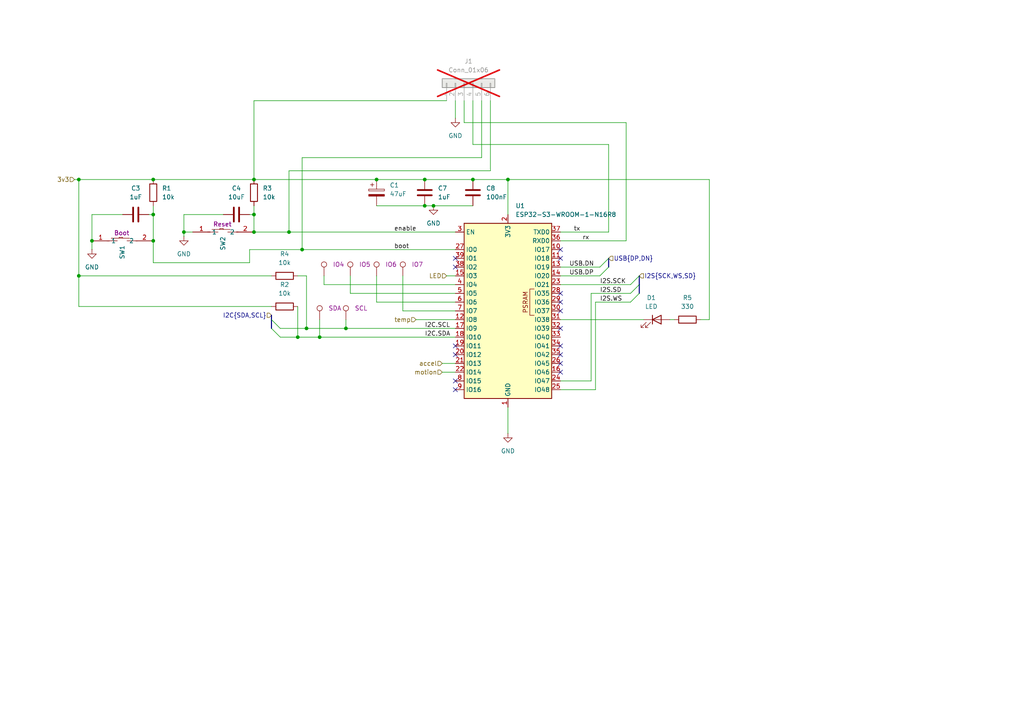
<source format=kicad_sch>
(kicad_sch (version 20250114) (generator "eeschema") (generator_version "9.0")
  (paper "A4")
  (lib_symbols
    (symbol "B3U-1000P_1"
      (property "Reference" "SW" (at -0.508 5.08 0))
      (property "Label" "Button" (at -0.254 2.286 0))
      (symbol "B3U-1000P_1_0_1"
        (polyline (pts (xy -4.57 0) (xy -1.52 0)))
        (polyline (pts (xy -3.3 0.76) (xy 2.03 0.76)))
        (polyline (pts (xy -1.02 0.76) (xy -1.02 1.02) (xy 0 1.02) (xy 0 0.76)))
        (polyline (pts (xy 1.27 0) (xy 4.32 0)))
        (pin unspecified line (at -8.89 0 0) (length 5.08) (name "1") (number "1"))
        (pin unspecified line (at 8.89 0 180) (length 5.08) (name "2") (number "2"))
      )
    )
    (symbol "Connector_Generic:Conn_01x06" (pin_names (offset 1.016) (hide yes))
      (property "Reference" "J" (at 0 7.62 0))
      (property "Value" "Conn_01x06" (at 0 -10.16 0))
      (symbol "Conn_01x06_1_1"
        (rectangle (start -1.27 6.35) (end 1.27 -8.89) (stroke (width 0.254)) (fill (type background)))
        (rectangle (start -1.27 5.207) (end 0 4.953) (stroke (width 0.1524)))
        (rectangle (start -1.27 2.667) (end 0 2.413) (stroke (width 0.1524)))
        (rectangle (start -1.27 0.127) (end 0 -0.127) (stroke (width 0.1524)))
        (rectangle (start -1.27 -2.413) (end 0 -2.667) (stroke (width 0.1524)))
        (rectangle (start -1.27 -4.953) (end 0 -5.207) (stroke (width 0.1524)))
        (rectangle (start -1.27 -7.493) (end 0 -7.747) (stroke (width 0.1524)))
        (pin passive line (at -5.08 5.08 0) (length 3.81) (name "Pin_1") (number "1"))
        (pin passive line (at -5.08 2.54 0) (length 3.81) (name "Pin_2") (number "2"))
        (pin passive line (at -5.08 0 0) (length 3.81) (name "Pin_3") (number "3"))
        (pin passive line (at -5.08 -2.54 0) (length 3.81) (name "Pin_4") (number "4"))
        (pin passive line (at -5.08 -5.08 0) (length 3.81) (name "Pin_5") (number "5"))
        (pin passive line (at -5.08 -7.62 0) (length 3.81) (name "Pin_6") (number "6"))
      )
    )
    (symbol "Device:C" (pin_numbers (hide yes)) (pin_names (offset 0.254))
      (property "Reference" "C" (at 0.635 2.54 0))
      (property "Value" "C" (at 0.635 -2.54 0))
      (symbol "C_0_1"
        (polyline (pts (xy -2.032 0.762) (xy 2.032 0.762)) (stroke (width 0.508)))
        (polyline (pts (xy -2.032 -0.762) (xy 2.032 -0.762)) (stroke (width 0.508)))
      )
      (symbol "C_1_1"
        (pin passive line (at 0 3.81 270) (length 2.794) (name "~") (number "1"))
        (pin passive line (at 0 -3.81 90) (length 2.794) (name "~") (number "2"))
      )
    )
    (symbol "Device:C_Polarized" (pin_numbers (hide yes)) (pin_names (offset 0.254))
      (property "Reference" "C" (at 0.635 2.54 0))
      (property "Value" "C_Polarized" (at 0.635 -2.54 0))
      (symbol "C_Polarized_0_1"
        (rectangle (start -2.286 0.508) (end 2.286 1.016))
        (polyline (pts (xy -1.778 2.286) (xy -0.762 2.286)))
        (polyline (pts (xy -1.27 2.794) (xy -1.27 1.778)))
        (rectangle (start 2.286 -0.508) (end -2.286 -1.016) (fill (type outline)))
      )
      (symbol "C_Polarized_1_1"
        (pin passive line (at 0 3.81 270) (length 2.794) (name "~") (number "1"))
        (pin passive line (at 0 -3.81 90) (length 2.794) (name "~") (number "2"))
      )
    )
    (symbol "Device:LED" (pin_numbers (hide yes)) (pin_names (offset 1.016) (hide yes))
      (property "Reference" "D" (at 0 2.54 0))
      (property "Value" "LED" (at 0 -2.54 0))
      (symbol "LED_0_1"
        (polyline (pts (xy -3.048 -0.762) (xy -4.572 -2.286) (xy -3.81 -2.286) (xy -4.572 -2.286) (xy -4.572 -1.524)))
        (polyline (pts (xy -1.778 -0.762) (xy -3.302 -2.286) (xy -2.54 -2.286) (xy -3.302 -2.286) (xy -3.302 -1.524)))
        (polyline (pts (xy -1.27 0) (xy 1.27 0)))
        (polyline (pts (xy -1.27 -1.27) (xy -1.27 1.27)) (stroke (width 0.254)))
        (polyline (pts (xy 1.27 -1.27) (xy 1.27 1.27) (xy -1.27 0) (xy 1.27 -1.27)) (stroke (width 0.254)))
      )
      (symbol "LED_1_1"
        (pin passive line (at -3.81 0 0) (length 2.54) (name "K") (number "1"))
        (pin passive line (at 3.81 0 180) (length 2.54) (name "A") (number "2"))
      )
    )
    (symbol "Device:R" (pin_numbers (hide yes)) (pin_names (offset 0))
      (property "Reference" "R" (at 2.032 0 90))
      (property "Value" "R" (at 0 0 90))
      (symbol "R_0_1"
        (rectangle (start -1.016 -2.54) (end 1.016 2.54) (stroke (width 0.254)))
      )
      (symbol "R_1_1"
        (pin passive line (at 0 3.81 270) (length 1.27) (name "~") (number "1"))
        (pin passive line (at 0 -3.81 90) (length 1.27) (name "~") (number "2"))
      )
    )
    (symbol "RF_Module:ESP32-S3-WROOM-1"
      (property "Reference" "U" (at -12.7 26.67 0))
      (property "Value" "ESP32-S3-WROOM-1" (at 12.7 26.67 0))
      (symbol "ESP32-S3-WROOM-1_0_0"
        (rectangle (start -12.7 25.4) (end 12.7 -25.4) (stroke (width 0.254)) (fill (type background)))
        (text "PSRAM" (at 5.08 2.54 900) (effects (font (size 1.27 1.27))))
      )
      (symbol "ESP32-S3-WROOM-1_0_1"
        (polyline (pts (xy 7.62 -1.27) (xy 6.35 -1.27) (xy 6.35 6.35) (xy 7.62 6.35)))
      )
      (symbol "ESP32-S3-WROOM-1_1_1"
        (pin input line (at -15.24 22.86 0) (length 2.54) (name "EN") (number "3"))
        (pin bidirectional line (at -15.24 17.78 0) (length 2.54) (name "IO0") (number "27"))
        (pin bidirectional line (at -15.24 15.24 0) (length 2.54) (name "IO1") (number "39"))
        (pin bidirectional line (at -15.24 12.7 0) (length 2.54) (name "IO2") (number "38"))
        (pin bidirectional line (at -15.24 10.16 0) (length 2.54) (name "IO3") (number "15"))
        (pin bidirectional line (at -15.24 7.62 0) (length 2.54) (name "IO4") (number "4"))
        (pin bidirectional line (at -15.24 5.08 0) (length 2.54) (name "IO5") (number "5"))
        (pin bidirectional line (at -15.24 2.54 0) (length 2.54) (name "IO6") (number "6"))
        (pin bidirectional line (at -15.24 0 0) (length 2.54) (name "IO7") (number "7"))
        (pin bidirectional line (at -15.24 -2.54 0) (length 2.54) (name "IO8") (number "12"))
        (pin bidirectional line (at -15.24 -5.08 0) (length 2.54) (name "IO9") (number "17"))
        (pin bidirectional line (at -15.24 -7.62 0) (length 2.54) (name "IO10") (number "18"))
        (pin bidirectional line (at -15.24 -10.16 0) (length 2.54) (name "IO11") (number "19"))
        (pin bidirectional line (at -15.24 -12.7 0) (length 2.54) (name "IO12") (number "20"))
        (pin bidirectional line (at -15.24 -15.24 0) (length 2.54) (name "IO13") (number "21"))
        (pin bidirectional line (at -15.24 -17.78 0) (length 2.54) (name "IO14") (number "22"))
        (pin bidirectional line (at -15.24 -20.32 0) (length 2.54) (name "IO15") (number "8"))
        (pin bidirectional line (at -15.24 -22.86 0) (length 2.54) (name "IO16") (number "9"))
        (pin power_in line (at 0 27.94 270) (length 2.54) (name "3V3") (number "2"))
        (pin power_in line (at 0 -27.94 90) (length 2.54) (name "GND") (number "1"))
        (pin passive line (at 0 -27.94 90) (length 2.54) (hide yes) (name "GND") (number "40"))
        (pin passive line (at 0 -27.94 90) (length 2.54) (hide yes) (name "GND") (number "41"))
        (pin bidirectional line (at 15.24 22.86 180) (length 2.54) (name "TXD0") (number "37"))
        (pin bidirectional line (at 15.24 20.32 180) (length 2.54) (name "RXD0") (number "36"))
        (pin bidirectional line (at 15.24 17.78 180) (length 2.54) (name "IO17") (number "10"))
        (pin bidirectional line (at 15.24 15.24 180) (length 2.54) (name "IO18") (number "11"))
        (pin bidirectional line (at 15.24 12.7 180) (length 2.54) (name "IO19") (number "13"))
        (pin bidirectional line (at 15.24 10.16 180) (length 2.54) (name "IO20") (number "14"))
        (pin bidirectional line (at 15.24 7.62 180) (length 2.54) (name "IO21") (number "23"))
        (pin bidirectional line (at 15.24 5.08 180) (length 2.54) (name "IO35") (number "28"))
        (pin bidirectional line (at 15.24 2.54 180) (length 2.54) (name "IO36") (number "29"))
        (pin bidirectional line (at 15.24 0 180) (length 2.54) (name "IO37") (number "30"))
        (pin bidirectional line (at 15.24 -2.54 180) (length 2.54) (name "IO38") (number "31"))
        (pin bidirectional line (at 15.24 -5.08 180) (length 2.54) (name "IO39") (number "32"))
        (pin bidirectional line (at 15.24 -7.62 180) (length 2.54) (name "IO40") (number "33"))
        (pin bidirectional line (at 15.24 -10.16 180) (length 2.54) (name "IO41") (number "34"))
        (pin bidirectional line (at 15.24 -12.7 180) (length 2.54) (name "IO42") (number "35"))
        (pin bidirectional line (at 15.24 -15.24 180) (length 2.54) (name "IO45") (number "26"))
        (pin bidirectional line (at 15.24 -17.78 180) (length 2.54) (name "IO46") (number "16"))
        (pin bidirectional line (at 15.24 -20.32 180) (length 2.54) (name "IO47") (number "24"))
        (pin bidirectional line (at 15.24 -22.86 180) (length 2.54) (name "IO48") (number "25"))
      )
    )
    (symbol "easyeda2kicad:LabeledTestPoint" (pin_numbers (hide yes)) (pin_names (offset 0.762) (hide yes)) (in_bom no)
      (property "Label" "label" (at 0 5.08 0))
      (symbol "LabeledTestPoint_0_1"
        (circle (center 0 3.302) (radius 0.762))
      )
      (symbol "LabeledTestPoint_1_1"
        (pin passive line (at 0 0 90) (length 2.54) (name "1") (number "1"))
      )
    )
    (symbol "power:GND" (power) (pin_numbers (hide yes)) (pin_names (offset 0) (hide yes))
      (property "Value" "GND" (at 0 -3.81 0))
      (symbol "GND_0_1"
        (polyline (pts (xy 0 0) (xy 0 -1.27) (xy 1.27 -1.27) (xy 0 -2.54) (xy -1.27 -1.27) (xy 0 -1.27)))
      )
      (symbol "GND_1_1"
        (pin power_in line (at 0 0 270) (length 0) (name "~") (number "1"))
      )
    )
  )
  (junction (at 123.19 59.69))
  (junction (at 100.33 95.25))
  (junction (at 87.63 72.39))
  (junction (at 92.71 97.79))
  (junction (at 109.22 52.07))
  (junction (at 73.66 52.07))
  (junction (at 147.32 52.07))
  (junction (at 44.45 52.07))
  (junction (at 137.16 52.07))
  (junction (at 22.86 80.01))
  (junction (at 53.34 67.31))
  (junction (at 88.9 95.25))
  (junction (at 125.73 59.69))
  (junction (at 73.66 67.31))
  (junction (at 26.67 69.85))
  (junction (at 44.45 69.85))
  (junction (at 44.45 62.23))
  (junction (at 83.82 67.31))
  (junction (at 22.86 52.07))
  (junction (at 123.19 52.07))
  (junction (at 73.66 62.23))
  (junction (at 86.36 97.79))
  (no_connect (at 132.08 102.87))
  (no_connect (at 162.56 102.87))
  (no_connect (at 162.56 105.41))
  (no_connect (at 132.08 113.03))
  (no_connect (at 162.56 87.63))
  (no_connect (at 162.56 74.93))
  (no_connect (at 132.08 74.93))
  (no_connect (at 162.56 107.95))
  (no_connect (at 162.56 72.39))
  (no_connect (at 162.56 100.33))
  (no_connect (at 132.08 77.47))
  (no_connect (at 132.08 100.33))
  (no_connect (at 162.56 85.09))
  (no_connect (at 132.08 110.49))
  (no_connect (at 162.56 90.17))
  (no_connect (at 162.56 95.25))
  (bus_entry (at 176.53 77.47) (size -2.54 2.54))
  (bus_entry (at 185.42 80.01) (size -2.54 2.54))
  (bus_entry (at 176.53 74.93) (size -2.54 2.54))
  (bus_entry (at 185.42 85.09) (size -2.54 2.54))
  (bus_entry (at 78.74 92.71) (size 2.54 2.54))
  (bus_entry (at 78.74 95.25) (size 2.54 2.54))
  (bus_entry (at 185.42 82.55) (size -2.54 2.54))
  (bus (pts (xy 185.42 82.55) (xy 185.42 85.09)))
  (wire (pts (xy 100.33 95.25) (xy 132.08 95.25)))
  (wire (pts (xy 53.34 67.31) (xy 53.34 68.58)))
  (wire (pts (xy 147.32 118.11) (xy 147.32 125.73)))
  (wire (pts (xy 139.7 45.72) (xy 87.63 45.72)))
  (wire (pts (xy 73.66 62.23) (xy 73.66 67.31)))
  (wire (pts (xy 205.74 92.71) (xy 205.74 52.07)))
  (wire (pts (xy 132.08 87.63) (xy 109.22 87.63)))
  (wire (pts (xy 171.45 110.49) (xy 171.45 85.09)))
  (wire (pts (xy 132.08 82.55) (xy 93.98 82.55)))
  (wire (pts (xy 44.45 59.69) (xy 44.45 62.23)))
  (wire (pts (xy 203.2 92.71) (xy 205.74 92.71)))
  (wire (pts (xy 22.86 52.07) (xy 44.45 52.07)))
  (wire (pts (xy 53.34 62.23) (xy 53.34 67.31)))
  (wire (pts (xy 92.71 92.71) (xy 92.71 97.79)))
  (wire (pts (xy 86.36 80.01) (xy 88.9 80.01)))
  (wire (pts (xy 176.53 41.91) (xy 176.53 67.31)))
  (wire (pts (xy 176.53 67.31) (xy 162.56 67.31)))
  (wire (pts (xy 128.27 105.41) (xy 132.08 105.41)))
  (wire (pts (xy 129.54 29.21) (xy 73.66 29.21)))
  (wire (pts (xy 101.6 85.09) (xy 132.08 85.09)))
  (wire (pts (xy 73.66 52.07) (xy 109.22 52.07)))
  (wire (pts (xy 81.28 95.25) (xy 88.9 95.25)))
  (wire (pts (xy 137.16 52.07) (xy 147.32 52.07)))
  (wire (pts (xy 64.77 62.23) (xy 53.34 62.23)))
  (wire (pts (xy 123.19 59.69) (xy 125.73 59.69)))
  (wire (pts (xy 44.45 62.23) (xy 44.45 69.85)))
  (wire (pts (xy 123.19 52.07) (xy 137.16 52.07)))
  (wire (pts (xy 109.22 59.69) (xy 123.19 59.69)))
  (wire (pts (xy 137.16 41.91) (xy 176.53 41.91)))
  (wire (pts (xy 162.56 110.49) (xy 171.45 110.49)))
  (wire (pts (xy 132.08 29.21) (xy 132.08 34.29)))
  (bus (pts (xy 176.53 74.93) (xy 176.53 77.47)))
  (wire (pts (xy 100.33 92.71) (xy 100.33 95.25)))
  (wire (pts (xy 21.59 52.07) (xy 22.86 52.07)))
  (wire (pts (xy 128.27 107.95) (xy 132.08 107.95)))
  (wire (pts (xy 142.24 49.53) (xy 83.82 49.53)))
  (wire (pts (xy 78.74 88.9) (xy 22.86 88.9)))
  (wire (pts (xy 88.9 80.01) (xy 88.9 95.25)))
  (wire (pts (xy 55.88 67.31) (xy 53.34 67.31)))
  (wire (pts (xy 92.71 97.79) (xy 132.08 97.79)))
  (wire (pts (xy 86.36 88.9) (xy 86.36 97.79)))
  (wire (pts (xy 44.45 76.2) (xy 72.39 76.2)))
  (wire (pts (xy 162.56 82.55) (xy 182.88 82.55)))
  (wire (pts (xy 109.22 87.63) (xy 109.22 80.01)))
  (wire (pts (xy 162.56 92.71) (xy 186.69 92.71)))
  (wire (pts (xy 43.18 62.23) (xy 44.45 62.23)))
  (wire (pts (xy 205.74 52.07) (xy 147.32 52.07)))
  (wire (pts (xy 181.61 35.56) (xy 181.61 69.85)))
  (wire (pts (xy 120.65 92.71) (xy 132.08 92.71)))
  (wire (pts (xy 101.6 85.09) (xy 101.6 80.01)))
  (wire (pts (xy 134.62 29.21) (xy 134.62 35.56)))
  (wire (pts (xy 134.62 35.56) (xy 181.61 35.56)))
  (wire (pts (xy 81.28 97.79) (xy 86.36 97.79)))
  (wire (pts (xy 87.63 72.39) (xy 132.08 72.39)))
  (wire (pts (xy 162.56 69.85) (xy 181.61 69.85)))
  (wire (pts (xy 88.9 95.25) (xy 100.33 95.25)))
  (wire (pts (xy 162.56 113.03) (xy 172.72 113.03)))
  (wire (pts (xy 22.86 80.01) (xy 78.74 80.01)))
  (wire (pts (xy 172.72 113.03) (xy 172.72 87.63)))
  (wire (pts (xy 72.39 62.23) (xy 73.66 62.23)))
  (wire (pts (xy 172.72 87.63) (xy 182.88 87.63)))
  (wire (pts (xy 26.67 62.23) (xy 26.67 69.85)))
  (wire (pts (xy 35.56 62.23) (xy 26.67 62.23)))
  (wire (pts (xy 162.56 80.01) (xy 173.99 80.01)))
  (wire (pts (xy 132.08 90.17) (xy 116.84 90.17)))
  (wire (pts (xy 142.24 29.21) (xy 142.24 49.53)))
  (wire (pts (xy 194.31 92.71) (xy 195.58 92.71)))
  (wire (pts (xy 137.16 29.21) (xy 137.16 41.91)))
  (wire (pts (xy 22.86 80.01) (xy 22.86 88.9)))
  (wire (pts (xy 139.7 29.21) (xy 139.7 45.72)))
  (wire (pts (xy 44.45 69.85) (xy 44.45 76.2)))
  (wire (pts (xy 129.54 80.01) (xy 132.08 80.01)))
  (wire (pts (xy 72.39 72.39) (xy 87.63 72.39)))
  (wire (pts (xy 72.39 76.2) (xy 72.39 72.39)))
  (wire (pts (xy 147.32 52.07) (xy 147.32 62.23)))
  (wire (pts (xy 86.36 97.79) (xy 92.71 97.79)))
  (wire (pts (xy 162.56 77.47) (xy 173.99 77.47)))
  (wire (pts (xy 22.86 52.07) (xy 22.86 80.01)))
  (wire (pts (xy 73.66 29.21) (xy 73.66 52.07)))
  (wire (pts (xy 171.45 85.09) (xy 182.88 85.09)))
  (wire (pts (xy 73.66 59.69) (xy 73.66 62.23)))
  (wire (pts (xy 83.82 67.31) (xy 132.08 67.31)))
  (wire (pts (xy 87.63 45.72) (xy 87.63 72.39)))
  (bus (pts (xy 78.74 92.71) (xy 78.74 95.25)))
  (wire (pts (xy 83.82 49.53) (xy 83.82 67.31)))
  (wire (pts (xy 44.45 52.07) (xy 73.66 52.07)))
  (bus (pts (xy 78.74 91.44) (xy 78.74 92.71)))
  (wire (pts (xy 93.98 80.01) (xy 93.98 82.55)))
  (wire (pts (xy 26.67 69.85) (xy 26.67 72.39)))
  (bus (pts (xy 185.42 80.01) (xy 185.42 82.55)))
  (wire (pts (xy 109.22 52.07) (xy 123.19 52.07)))
  (wire (pts (xy 116.84 90.17) (xy 116.84 80.01)))
  (wire (pts (xy 125.73 59.69) (xy 137.16 59.69)))
  (wire (pts (xy 73.66 67.31) (xy 83.82 67.31)))
  (label "rx" (at 168.91 69.85 0))
  (label "I2C.SCL" (at 123.19 95.25 0))
  (label "I2S.WS" (at 173.99 87.63 0))
  (label "tx" (at 166.37 67.31 0))
  (label "enable" (at 114.3 67.31 0))
  (label "boot" (at 114.3 72.39 0))
  (label "I2C.SDA" (at 123.19 97.79 0))
  (label "USB.DP" (at 165.1 80.01 0))
  (label "I2S.SCK" (at 173.99 82.55 0))
  (label "I2S.SD" (at 173.99 85.09 0))
  (label "USB.DN" (at 165.1 77.47 0))
  (hierarchical_label "LED" (shape input) (at 129.54 80.01 180))
  (hierarchical_label "temp" (shape input) (at 120.65 92.71 180))
  (hierarchical_label "I2S{SCK,WS,SD}" (shape input) (at 185.42 80.01 0))
  (hierarchical_label "accel" (shape input) (at 128.27 105.41 180))
  (hierarchical_label "USB{DP,DN}" (shape input) (at 176.53 74.93 0))
  (hierarchical_label "I2C{SDA,SCL}" (shape input) (at 78.74 91.44 180))
  (hierarchical_label "motion" (shape input) (at 128.27 107.95 180))
  (hierarchical_label "3v3" (shape input) (at 21.59 52.07 180))
  (symbol (lib_id "power:GND") (at 26.67 72.39 0) (unit 1)
    (property "Reference" "#PWR04" (effects (hide yes)))
    (property "Value" "GND" (at 26.67 77.47 0))
    (property "Description" "Power symbol creates a global label with name \"GND\" , ground" (effects (hide yes)))
  )
  (symbol (lib_id "power:GND") (at 147.32 125.73 0) (unit 1)
    (property "Reference" "#PWR08" (effects (hide yes)))
    (property "Value" "GND" (at 147.32 130.81 0))
    (property "Description" "Power symbol creates a global label with name \"GND\" , ground" (effects (hide yes)))
  )
  (symbol (lib_id "Device:R") (at 82.55 88.9 90) (unit 1)
    (property "Reference" "R2" (at 82.55 82.55 90))
    (property "Value" "10k" (at 82.55 85.09 90))
    (property "Footprint" "Resistor_SMD:R_0603_1608Metric" (effects (hide yes)))
    (property "Description" "Resistor" (effects (hide yes)))
  )
  (symbol (lib_name "B3U-1000P_1") (lib_id "easyeda2kicad:B3U-1000P") (at 35.56 69.85 0) (unit 1)
    (property "Reference" "SW1" (at 35.4351 71.12 90) (effects (justify right)))
    (property "Value" "KEY-SMD_B3U-1000PM" (effects (hide yes)))
    (property "Footprint" "easyeda2kicad:KEY-SMD_B3U-1000PM" (effects (hide yes)))
    (property "Datasheet" "https://lcsc.com/product-detail/Others_Omron-Electronics_B3U-1000P_Omron-Electronics-B3U-1000P_C231329.html" (effects (hide yes)))
    (property "Description" "Reset" (effects (hide yes)))
    (property "LCSC Part" "C231329" (effects (hide yes)))
    (property "Field6" "Reset" (effects (hide yes)))
    (property "Label" "Boot" (at 35.306 67.564 0))
  )
  (symbol (lib_id "easyeda2kicad:LabeledTestPoint") (at 100.33 92.71 0) (unit 1) (in_bom no)
    (property "Reference" "TP11" (effects (hide yes)))
    (property "Value" "LabeledTestPoint" (effects (hide yes)))
    (property "Footprint" "easyeda2kicad:LabeledTestPoint" (effects (hide yes)))
    (property "Description" "test point" (effects (hide yes)))
    (property "Label" "SCL" (at 102.87 89.4079 0) (effects (justify left)))
  )
  (symbol (lib_id "Device:C") (at 39.37 62.23 270) (unit 1)
    (property "Reference" "C3" (at 39.37 54.61 90))
    (property "Value" "1uF" (at 39.37 57.15 90))
    (property "Footprint" "Capacitor_SMD:C_0603_1608Metric" (effects (hide yes)))
    (property "Description" "Unpolarized capacitor" (effects (hide yes)))
  )
  (symbol (lib_id "power:GND") (at 53.34 68.58 0) (unit 1)
    (property "Reference" "#PWR05" (effects (hide yes)))
    (property "Value" "GND" (at 53.34 73.66 0))
    (property "Description" "Power symbol creates a global label with name \"GND\" , ground" (effects (hide yes)))
  )
  (symbol (lib_id "Device:C_Polarized") (at 109.22 55.88 0) (unit 1)
    (property "Reference" "C1" (at 113.03 53.7209 0) (effects (justify left)))
    (property "Value" "47uF" (at 113.03 56.2609 0) (effects (justify left)))
    (property "Footprint" "Capacitor_SMD:CP_Elec_6.3x5.9" (effects (hide yes)))
    (property "Datasheet" "https://lcsc.com/product-detail/Solid-Polymer-Electrolytic-Capacitor_PANASONIC-35SVPK47M_C264034.html" (effects (hide yes)))
    (property "Description" "Polarized capacitor" (effects (hide yes)))
    (property "LCSC Part" "C264034" (effects (hide yes)))
  )
  (symbol (lib_id "easyeda2kicad:LabeledTestPoint") (at 92.71 92.71 0) (unit 1) (in_bom no)
    (property "Reference" "TP10" (effects (hide yes)))
    (property "Value" "LabeledTestPoint" (effects (hide yes)))
    (property "Footprint" "easyeda2kicad:LabeledTestPoint" (effects (hide yes)))
    (property "Description" "test point" (effects (hide yes)))
    (property "Label" "SDA" (at 95.25 89.4079 0) (effects (justify left)))
  )
  (symbol (lib_id "Device:R") (at 73.66 55.88 180) (unit 1)
    (property "Reference" "R3" (at 76.2 54.6099 0) (effects (justify right)))
    (property "Value" "10k" (at 76.2 57.1499 0) (effects (justify right)))
    (property "Footprint" "Resistor_SMD:R_0603_1608Metric" (effects (hide yes)))
    (property "Description" "Resistor" (effects (hide yes)))
  )
  (symbol (lib_id "easyeda2kicad:LabeledTestPoint") (at 93.98 80.01 0) (unit 1) (in_bom no)
    (property "Reference" "TP6" (effects (hide yes)))
    (property "Value" "LabeledTestPoint" (effects (hide yes)))
    (property "Footprint" "easyeda2kicad:LabeledTestPoint" (effects (hide yes)))
    (property "Description" "test point" (effects (hide yes)))
    (property "Label" "IO4" (at 96.52 76.7079 0) (effects (justify left)))
  )
  (symbol (lib_id "Device:LED") (at 190.5 92.71 0) (unit 1)
    (property "Reference" "D1" (at 188.9125 86.36 0))
    (property "Value" "LED" (at 188.9125 88.9 0))
    (property "Footprint" "LED_SMD:LED_0603_1608Metric" (effects (hide yes)))
    (property "Description" "Light emitting diode" (effects (hide yes)))
    (property "Sim.Pins" "1=K 2=A" (effects (hide yes)))
    (property "LCSC Part" "C2290" (effects (hide yes)))
  )
  (symbol (lib_id "Device:R") (at 199.39 92.71 90) (unit 1)
    (property "Reference" "R5" (at 199.39 86.36 90))
    (property "Value" "330" (at 199.39 88.9 90))
    (property "Footprint" "Resistor_SMD:R_0603_1608Metric" (effects (hide yes)))
    (property "Description" "Resistor" (effects (hide yes)))
  )
  (symbol (lib_id "Device:R") (at 44.45 55.88 180) (unit 1)
    (property "Reference" "R1" (at 46.99 54.6099 0) (effects (justify right)))
    (property "Value" "10k" (at 46.99 57.1499 0) (effects (justify right)))
    (property "Footprint" "Resistor_SMD:R_0603_1608Metric" (effects (hide yes)))
    (property "Description" "Resistor" (effects (hide yes)))
  )
  (symbol (lib_id "power:GND") (at 132.08 34.29 0) (unit 1)
    (property "Reference" "#PWR07" (effects (hide yes)))
    (property "Value" "GND" (at 132.08 39.37 0))
    (property "Description" "Power symbol creates a global label with name \"GND\" , ground" (effects (hide yes)))
  )
  (symbol (lib_id "Device:C") (at 137.16 55.88 0) (unit 1)
    (property "Reference" "C8" (at 140.97 54.6099 0) (effects (justify left)))
    (property "Value" "100nF" (at 140.97 57.1499 0) (effects (justify left)))
    (property "Footprint" "Capacitor_SMD:C_0603_1608Metric" (effects (hide yes)))
    (property "Description" "Unpolarized capacitor" (effects (hide yes)))
  )
  (symbol (lib_id "Device:C") (at 68.58 62.23 270) (unit 1)
    (property "Reference" "C4" (at 68.58 54.61 90))
    (property "Value" "10uF" (at 68.58 57.15 90))
    (property "Footprint" "Capacitor_SMD:C_0805_2012Metric" (effects (hide yes)))
    (property "Description" "Unpolarized capacitor" (effects (hide yes)))
  )
  (symbol (lib_id "RF_Module:ESP32-S3-WROOM-1") (at 147.32 90.17 0) (unit 1)
    (property "Reference" "U1" (at 149.5141 59.69 0) (effects (justify left)))
    (property "Value" "ESP32-S3-WROOM-1-N16R8" (at 149.5141 62.23 0) (effects (justify left)))
    (property "Footprint" "RF_Module:ESP32-S3-WROOM-1" (effects (hide yes)))
    (property "Datasheet" "https://www.espressif.com/sites/default/files/documentation/esp32-s3-wroom-1_wroom-1u_datasheet_en.pdf" (effects (hide yes)))
    (property "Description" "RF Module, ESP32-S3 SoC, Wi-Fi 802.11b/g/n, Bluetooth, BLE, 32-bit, 3.3V, onboard antenna, SMD" (effects (hide yes)))
  )
  (symbol (lib_id "Connector_Generic:Conn_01x06") (at 134.62 24.13 90) (unit 1) (in_bom no) (dnp yes)
    (property "Reference" "J1" (at 135.89 17.78 90))
    (property "Value" "Conn_01x06" (at 135.89 20.32 90))
    (property "Footprint" "Connector_PinHeader_2.54mm:PinHeader_1x06_P2.54mm_Vertical" (effects (hide yes)))
    (property "Description" "Generic connector, single row, 01x06, script generated (kicad-library-utils/schlib/autogen/connector/)" (effects (hide yes)))
  )
  (symbol (lib_id "power:GND") (at 125.73 59.69 0) (unit 1)
    (property "Reference" "#PWR06" (effects (hide yes)))
    (property "Value" "GND" (at 125.73 64.77 0))
    (property "Description" "Power symbol creates a global label with name \"GND\" , ground" (effects (hide yes)))
  )
  (symbol (lib_id "easyeda2kicad:LabeledTestPoint") (at 116.84 80.01 0) (unit 1) (in_bom no)
    (property "Reference" "TP9" (effects (hide yes)))
    (property "Value" "LabeledTestPoint" (effects (hide yes)))
    (property "Footprint" "easyeda2kicad:LabeledTestPoint" (effects (hide yes)))
    (property "Description" "test point" (effects (hide yes)))
    (property "Label" "IO7" (at 119.38 76.7079 0) (effects (justify left)))
  )
  (symbol (lib_id "easyeda2kicad:LabeledTestPoint") (at 109.22 80.01 0) (unit 1) (in_bom no)
    (property "Reference" "TP8" (effects (hide yes)))
    (property "Value" "LabeledTestPoint" (effects (hide yes)))
    (property "Footprint" "easyeda2kicad:LabeledTestPoint" (effects (hide yes)))
    (property "Description" "test point" (effects (hide yes)))
    (property "Label" "IO6" (at 111.76 76.7079 0) (effects (justify left)))
  )
  (symbol (lib_id "Device:C") (at 123.19 55.88 0) (unit 1)
    (property "Reference" "C7" (at 127 54.6099 0) (effects (justify left)))
    (property "Value" "1uF" (at 127 57.1499 0) (effects (justify left)))
    (property "Footprint" "Capacitor_SMD:C_0603_1608Metric" (effects (hide yes)))
    (property "Description" "Unpolarized capacitor" (effects (hide yes)))
  )
  (symbol (lib_name "B3U-1000P_1") (lib_id "easyeda2kicad:B3U-1000P") (at 64.77 67.31 0) (unit 1)
    (property "Reference" "SW2" (at 64.6451 68.58 90) (effects (justify right)))
    (property "Value" "KEY-SMD_B3U-1000PM" (effects (hide yes)))
    (property "Footprint" "easyeda2kicad:KEY-SMD_B3U-1000PM" (effects (hide yes)))
    (property "Datasheet" "https://lcsc.com/product-detail/Others_Omron-Electronics_B3U-1000P_Omron-Electronics-B3U-1000P_C231329.html" (effects (hide yes)))
    (property "Description" "Reset" (effects (hide yes)))
    (property "LCSC Part" "C231329" (effects (hide yes)))
    (property "Field6" "Reset" (effects (hide yes)))
    (property "Label" "Reset" (at 64.516 65.024 0))
  )
  (symbol (lib_id "Device:R") (at 82.55 80.01 90) (unit 1)
    (property "Reference" "R4" (at 82.55 73.66 90))
    (property "Value" "10k" (at 82.55 76.2 90))
    (property "Footprint" "Resistor_SMD:R_0603_1608Metric" (effects (hide yes)))
    (property "Description" "Resistor" (effects (hide yes)))
  )
  (symbol (lib_id "easyeda2kicad:LabeledTestPoint") (at 101.6 80.01 0) (unit 1) (in_bom no)
    (property "Reference" "TP7" (effects (hide yes)))
    (property "Value" "LabeledTestPoint" (effects (hide yes)))
    (property "Footprint" "easyeda2kicad:LabeledTestPoint" (effects (hide yes)))
    (property "Description" "test point" (effects (hide yes)))
    (property "Label" "IO5" (at 104.14 76.7079 0) (effects (justify left)))
  )
)
</source>
